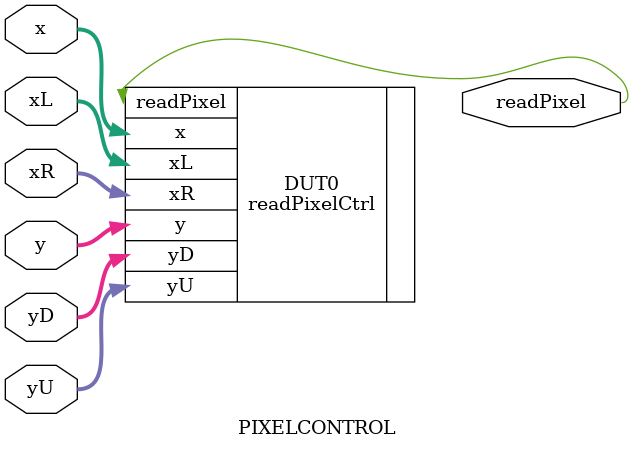
<source format=v>
`timescale 1ns / 1ps

module PIXELCONTROL(
    input [9:0]xL,xR,
    input [9:0]yU,yD,
    input [9:0]x,
    input [9:0]y,
    output readPixel
    );

    readPixelCtrl DUT0(
    .xL(xL),
    .xR(xR),
    .yU(yU),
    .yD(yD),
    .x(x),
    .y(y),
    .readPixel(readPixel)
   );
   
   
   endmodule
</source>
